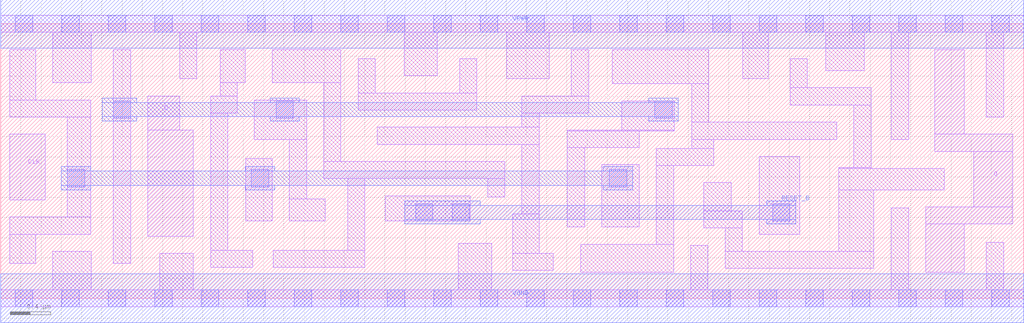
<source format=lef>
# Copyright 2020 The SkyWater PDK Authors
#
# Licensed under the Apache License, Version 2.0 (the "License");
# you may not use this file except in compliance with the License.
# You may obtain a copy of the License at
#
#     https://www.apache.org/licenses/LICENSE-2.0
#
# Unless required by applicable law or agreed to in writing, software
# distributed under the License is distributed on an "AS IS" BASIS,
# WITHOUT WARRANTIES OR CONDITIONS OF ANY KIND, either express or implied.
# See the License for the specific language governing permissions and
# limitations under the License.
#
# SPDX-License-Identifier: Apache-2.0

VERSION 5.7 ;
  NAMESCASESENSITIVE ON ;
  NOWIREEXTENSIONATPIN ON ;
  DIVIDERCHAR "/" ;
  BUSBITCHARS "[]" ;
UNITS
  DATABASE MICRONS 200 ;
END UNITS
PROPERTYDEFINITIONS
  MACRO maskLayoutSubType STRING ;
  MACRO prCellType STRING ;
  MACRO originalViewName STRING ;
END PROPERTYDEFINITIONS
MACRO sky130_fd_sc_hdll__dfrtp_2
  CLASS CORE ;
  FOREIGN sky130_fd_sc_hdll__dfrtp_2 ;
  ORIGIN  0.000000  0.000000 ;
  SIZE  10.12000 BY  2.720000 ;
  SYMMETRY X Y R90 ;
  SITE unithd ;
  PIN CLK
    ANTENNAGATEAREA  0.178200 ;
    DIRECTION INPUT ;
    USE SIGNAL ;
    PORT
      LAYER li1 ;
        RECT 0.090000 0.975000 0.440000 1.625000 ;
    END
  END CLK
  PIN D
    ANTENNAGATEAREA  0.138600 ;
    DIRECTION INPUT ;
    USE SIGNAL ;
    PORT
      LAYER li1 ;
        RECT 1.455000 0.615000 1.905000 1.665000 ;
        RECT 1.455000 1.665000 1.770000 2.005000 ;
    END
  END D
  PIN Q
    ANTENNADIFFAREA  0.530500 ;
    DIRECTION OUTPUT ;
    USE SIGNAL ;
    PORT
      LAYER li1 ;
        RECT 9.150000 0.255000  9.530000 0.735000 ;
        RECT 9.150000 0.735000 10.010000 0.905000 ;
        RECT 9.240000 1.455000 10.010000 1.625000 ;
        RECT 9.240000 1.625000  9.530000 2.465000 ;
        RECT 9.625000 0.905000 10.010000 1.455000 ;
    END
  END Q
  PIN RESET_B
    ANTENNAGATEAREA  0.277200 ;
    DIRECTION INPUT ;
    USE SIGNAL ;
    PORT
      LAYER met1 ;
        RECT 3.995000 0.735000 4.745000 0.780000 ;
        RECT 3.995000 0.780000 7.865000 0.920000 ;
        RECT 3.995000 0.920000 4.745000 0.965000 ;
        RECT 7.575000 0.735000 7.865000 0.780000 ;
        RECT 7.575000 0.920000 7.865000 0.965000 ;
    END
  END RESET_B
  PIN VGND
    DIRECTION INOUT ;
    USE GROUND ;
    PORT
      LAYER met1 ;
        RECT 0.000000 -0.240000 10.120000 0.240000 ;
    END
  END VGND
  PIN VPWR
    DIRECTION INOUT ;
    USE POWER ;
    PORT
      LAYER met1 ;
        RECT 0.000000 2.480000 10.120000 2.960000 ;
    END
  END VPWR
  OBS
    LAYER li1 ;
      RECT 0.000000 -0.085000 10.120000 0.085000 ;
      RECT 0.000000  2.635000 10.120000 2.805000 ;
      RECT 0.090000  0.345000  0.345000 0.635000 ;
      RECT 0.090000  0.635000  0.890000 0.805000 ;
      RECT 0.090000  1.795000  0.890000 1.965000 ;
      RECT 0.090000  1.965000  0.345000 2.465000 ;
      RECT 0.515000  0.085000  0.895000 0.465000 ;
      RECT 0.515000  2.135000  0.895000 2.635000 ;
      RECT 0.660000  0.805000  0.890000 1.795000 ;
      RECT 1.115000  0.345000  1.285000 2.465000 ;
      RECT 1.575000  0.085000  1.905000 0.445000 ;
      RECT 1.770000  2.175000  1.940000 2.635000 ;
      RECT 2.075000  0.305000  2.495000 0.475000 ;
      RECT 2.075000  0.475000  2.245000 1.835000 ;
      RECT 2.075000  1.835000  2.340000 2.005000 ;
      RECT 2.170000  2.005000  2.340000 2.135000 ;
      RECT 2.170000  2.135000  2.420000 2.465000 ;
      RECT 2.425000  0.765000  2.685000 1.385000 ;
      RECT 2.510000  1.575000  3.025000 1.965000 ;
      RECT 2.685000  2.135000  3.365000 2.465000 ;
      RECT 2.695000  0.305000  3.600000 0.475000 ;
      RECT 2.855000  0.765000  3.210000 0.985000 ;
      RECT 2.855000  0.985000  3.025000 1.575000 ;
      RECT 3.195000  1.185000  4.985000 1.355000 ;
      RECT 3.195000  1.355000  3.365000 2.135000 ;
      RECT 3.430000  0.475000  3.600000 1.185000 ;
      RECT 3.535000  1.865000  4.710000 2.035000 ;
      RECT 3.535000  2.035000  3.705000 2.375000 ;
      RECT 3.725000  1.525000  5.325000 1.695000 ;
      RECT 3.805000  0.765000  4.645000 1.015000 ;
      RECT 3.990000  2.205000  4.320000 2.635000 ;
      RECT 4.525000  0.085000  4.855000 0.545000 ;
      RECT 4.540000  2.035000  4.710000 2.375000 ;
      RECT 4.815000  1.005000  4.985000 1.185000 ;
      RECT 5.005000  2.175000  5.425000 2.635000 ;
      RECT 5.065000  0.275000  5.465000 0.445000 ;
      RECT 5.065000  0.445000  5.325000 0.835000 ;
      RECT 5.155000  0.835000  5.325000 1.525000 ;
      RECT 5.155000  1.695000  5.325000 1.835000 ;
      RECT 5.155000  1.835000  5.815000 2.005000 ;
      RECT 5.605000  0.705000  5.775000 1.495000 ;
      RECT 5.605000  1.495000  6.315000 1.655000 ;
      RECT 5.605000  1.655000  6.660000 1.665000 ;
      RECT 5.645000  2.005000  5.815000 2.465000 ;
      RECT 5.735000  0.255000  6.655000 0.535000 ;
      RECT 5.945000  0.705000  6.315000 1.325000 ;
      RECT 6.050000  2.125000  7.005000 2.465000 ;
      RECT 6.145000  1.665000  6.660000 1.955000 ;
      RECT 6.485000  0.535000  6.655000 1.315000 ;
      RECT 6.485000  1.315000  7.055000 1.485000 ;
      RECT 6.825000  0.085000  6.995000 0.525000 ;
      RECT 6.835000  1.485000  7.055000 1.575000 ;
      RECT 6.835000  1.575000  8.270000 1.745000 ;
      RECT 6.835000  1.745000  7.005000 2.125000 ;
      RECT 6.955000  0.695000  7.335000 0.865000 ;
      RECT 6.955000  0.865000  7.225000 1.145000 ;
      RECT 7.165000  0.295000  8.635000 0.465000 ;
      RECT 7.165000  0.465000  7.335000 0.695000 ;
      RECT 7.340000  2.175000  7.590000 2.635000 ;
      RECT 7.505000  0.635000  7.905000 1.405000 ;
      RECT 7.810000  1.915000  8.610000 2.085000 ;
      RECT 7.810000  2.085000  7.980000 2.375000 ;
      RECT 8.160000  2.255000  8.540000 2.635000 ;
      RECT 8.290000  0.465000  8.635000 1.075000 ;
      RECT 8.290000  1.075000  9.335000 1.285000 ;
      RECT 8.290000  1.285000  8.610000 1.295000 ;
      RECT 8.440000  1.295000  8.610000 1.915000 ;
      RECT 8.810000  0.085000  8.980000 0.895000 ;
      RECT 8.810000  1.575000  8.980000 2.635000 ;
      RECT 9.750000  0.085000  9.920000 0.555000 ;
      RECT 9.750000  1.795000  9.920000 2.635000 ;
    LAYER mcon ;
      RECT 0.145000 -0.085000 0.315000 0.085000 ;
      RECT 0.145000  2.635000 0.315000 2.805000 ;
      RECT 0.605000 -0.085000 0.775000 0.085000 ;
      RECT 0.605000  2.635000 0.775000 2.805000 ;
      RECT 0.660000  1.105000 0.830000 1.275000 ;
      RECT 1.065000 -0.085000 1.235000 0.085000 ;
      RECT 1.065000  2.635000 1.235000 2.805000 ;
      RECT 1.115000  1.785000 1.285000 1.955000 ;
      RECT 1.525000 -0.085000 1.695000 0.085000 ;
      RECT 1.525000  2.635000 1.695000 2.805000 ;
      RECT 1.985000 -0.085000 2.155000 0.085000 ;
      RECT 1.985000  2.635000 2.155000 2.805000 ;
      RECT 2.445000 -0.085000 2.615000 0.085000 ;
      RECT 2.445000  2.635000 2.615000 2.805000 ;
      RECT 2.480000  1.105000 2.650000 1.275000 ;
      RECT 2.725000  1.785000 2.895000 1.955000 ;
      RECT 2.905000 -0.085000 3.075000 0.085000 ;
      RECT 2.905000  2.635000 3.075000 2.805000 ;
      RECT 3.365000 -0.085000 3.535000 0.085000 ;
      RECT 3.365000  2.635000 3.535000 2.805000 ;
      RECT 3.825000 -0.085000 3.995000 0.085000 ;
      RECT 3.825000  2.635000 3.995000 2.805000 ;
      RECT 4.105000  0.765000 4.275000 0.935000 ;
      RECT 4.285000 -0.085000 4.455000 0.085000 ;
      RECT 4.285000  2.635000 4.455000 2.805000 ;
      RECT 4.465000  0.765000 4.635000 0.935000 ;
      RECT 4.745000 -0.085000 4.915000 0.085000 ;
      RECT 4.745000  2.635000 4.915000 2.805000 ;
      RECT 5.205000 -0.085000 5.375000 0.085000 ;
      RECT 5.205000  2.635000 5.375000 2.805000 ;
      RECT 5.665000 -0.085000 5.835000 0.085000 ;
      RECT 5.665000  2.635000 5.835000 2.805000 ;
      RECT 6.020000  1.105000 6.190000 1.275000 ;
      RECT 6.125000 -0.085000 6.295000 0.085000 ;
      RECT 6.125000  2.635000 6.295000 2.805000 ;
      RECT 6.470000  1.785000 6.640000 1.955000 ;
      RECT 6.585000 -0.085000 6.755000 0.085000 ;
      RECT 6.585000  2.635000 6.755000 2.805000 ;
      RECT 7.045000 -0.085000 7.215000 0.085000 ;
      RECT 7.045000  2.635000 7.215000 2.805000 ;
      RECT 7.505000 -0.085000 7.675000 0.085000 ;
      RECT 7.505000  2.635000 7.675000 2.805000 ;
      RECT 7.635000  0.765000 7.805000 0.935000 ;
      RECT 7.965000 -0.085000 8.135000 0.085000 ;
      RECT 7.965000  2.635000 8.135000 2.805000 ;
      RECT 8.425000 -0.085000 8.595000 0.085000 ;
      RECT 8.425000  2.635000 8.595000 2.805000 ;
      RECT 8.885000 -0.085000 9.055000 0.085000 ;
      RECT 8.885000  2.635000 9.055000 2.805000 ;
      RECT 9.345000 -0.085000 9.515000 0.085000 ;
      RECT 9.345000  2.635000 9.515000 2.805000 ;
      RECT 9.805000 -0.085000 9.975000 0.085000 ;
      RECT 9.805000  2.635000 9.975000 2.805000 ;
    LAYER met1 ;
      RECT 0.600000 1.075000 0.890000 1.120000 ;
      RECT 0.600000 1.120000 6.250000 1.260000 ;
      RECT 0.600000 1.260000 0.890000 1.305000 ;
      RECT 1.005000 1.755000 1.345000 1.800000 ;
      RECT 1.005000 1.800000 6.700000 1.940000 ;
      RECT 1.005000 1.940000 1.345000 1.985000 ;
      RECT 2.420000 1.075000 2.710000 1.120000 ;
      RECT 2.420000 1.260000 2.710000 1.305000 ;
      RECT 2.665000 1.755000 2.955000 1.800000 ;
      RECT 2.665000 1.940000 2.955000 1.985000 ;
      RECT 5.960000 1.075000 6.250000 1.120000 ;
      RECT 5.960000 1.260000 6.250000 1.305000 ;
      RECT 6.410000 1.755000 6.700000 1.800000 ;
      RECT 6.410000 1.940000 6.700000 1.985000 ;
  END
  PROPERTY maskLayoutSubType "abstract" ;
  PROPERTY prCellType "standard" ;
  PROPERTY originalViewName "layout" ;
END sky130_fd_sc_hdll__dfrtp_2
END LIBRARY

</source>
